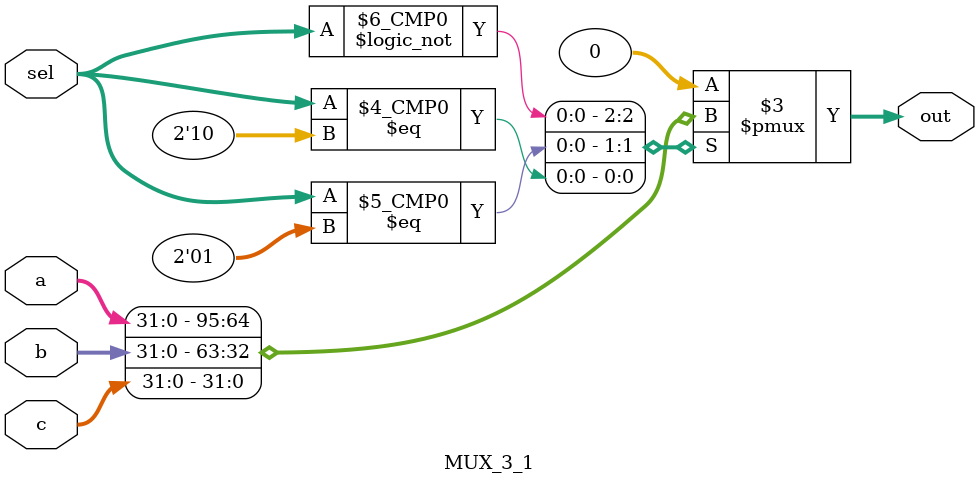
<source format=v>
module MUX_3_1
#(parameter Width = 32)(
input [Width-1:0] a,
input [Width-1:0] b,
input [Width-1:0] c,
input [1:0] sel,
output reg [Width-1:0] out
);
always @(*)
begin
    case(sel)
        2'b00:out=a;
        2'b01:out=b;
        2'b10:out=c;
        default:out=0;   
    endcase        
end
endmodule
</source>
